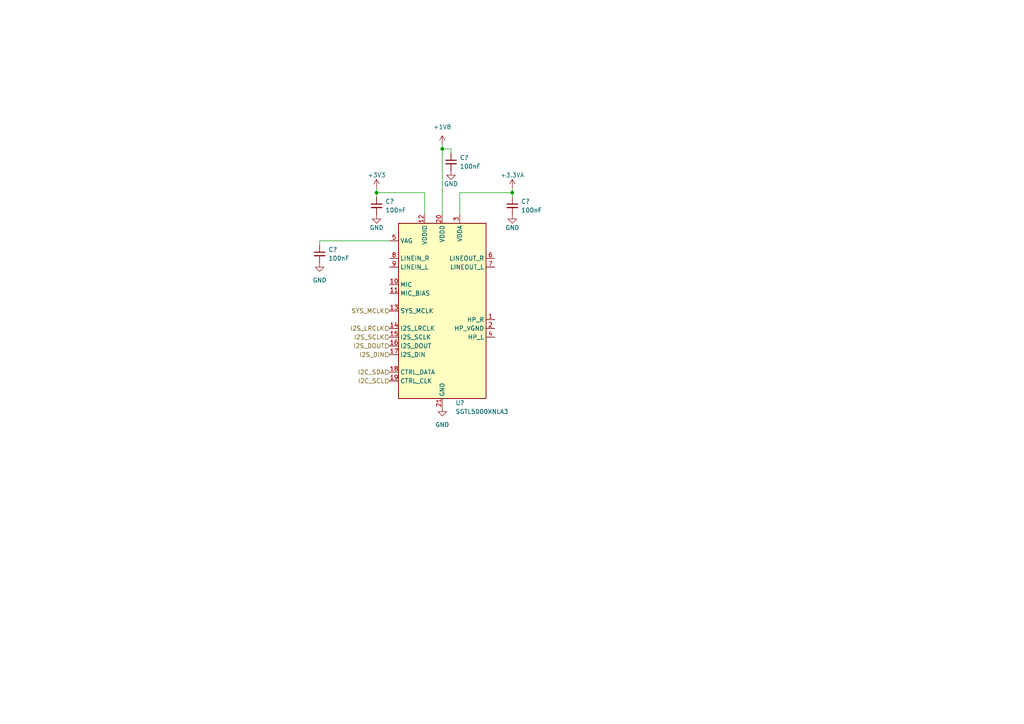
<source format=kicad_sch>
(kicad_sch (version 20211123) (generator eeschema)
  (paper "A4")
  (lib_symbols
    (symbol "Audio:SGTL5000XNLA3"
      (property "Reference" "U" (at 0 0 0))
      (property "Value" "SGTL5000XNLA3" (at -5.08 -27.94 0))
      (symbol "SGTL5000XNLA3_0_1"
        (rectangle (start -12.7 25.4) (end 12.7 -25.4) (stroke (width 0.254)) (fill (type background)))
      )
      (symbol "SGTL5000XNLA3_1_1"
        (pin output line (at 15.24 -2.54 180) (length 2.54) (name "HP_R") (number "1"))
        (pin input line (at -15.24 7.62 0) (length 2.54) (name "MIC") (number "10"))
        (pin input line (at -15.24 5.08 0) (length 2.54) (name "MIC_BIAS") (number "11"))
        (pin power_in line (at -5.08 27.94 270) (length 2.54) (name "VDDIO") (number "12"))
        (pin input line (at -15.24 0 0) (length 2.54) (name "SYS_MCLK") (number "13"))
        (pin input line (at -15.24 -5.08 0) (length 2.54) (name "I2S_LRCLK") (number "14"))
        (pin input line (at -15.24 -7.62 0) (length 2.54) (name "I2S_SCLK") (number "15"))
        (pin output line (at -15.24 -10.16 0) (length 2.54) (name "I2S_DOUT") (number "16"))
        (pin input line (at -15.24 -12.7 0) (length 2.54) (name "I2S_DIN") (number "17"))
        (pin input line (at -15.24 -17.78 0) (length 2.54) (name "CTRL_DATA") (number "18"))
        (pin input line (at -15.24 -20.32 0) (length 2.54) (name "CTRL_CLK") (number "19"))
        (pin power_out line (at 15.24 -5.08 180) (length 2.54) (name "HP_VGND") (number "2"))
        (pin power_in line (at 0 27.94 270) (length 2.54) (name "VDDD") (number "20"))
        (pin power_in line (at 0 -27.94 90) (length 2.54) (name "GND") (number "21"))
        (pin power_in line (at 5.08 27.94 270) (length 2.54) (name "VDDA") (number "3"))
        (pin output line (at 15.24 -7.62 180) (length 2.54) (name "HP_L") (number "4"))
        (pin passive line (at -15.24 20.32 0) (length 2.54) (name "VAG") (number "5"))
        (pin output line (at 15.24 15.24 180) (length 2.54) (name "LINEOUT_R") (number "6"))
        (pin output line (at 15.24 12.7 180) (length 2.54) (name "LINEOUT_L") (number "7"))
        (pin input line (at -15.24 15.24 0) (length 2.54) (name "LINEIN_R") (number "8"))
        (pin input line (at -15.24 12.7 0) (length 2.54) (name "LINEIN_L") (number "9"))
      )
    )
    (symbol "Device:C_Small" (pin_numbers hide) (pin_names (offset 0.254) hide)
      (property "Reference" "C" (at 0.254 1.778 0))
      (property "Value" "C_Small" (at 0.254 -2.032 0))
      (symbol "C_Small_0_1"
        (polyline (pts (xy -1.524 -0.508) (xy 1.524 -0.508)) (stroke (width 0.3302)))
        (polyline (pts (xy -1.524 0.508) (xy 1.524 0.508)) (stroke (width 0.3048)))
      )
      (symbol "C_Small_1_1"
        (pin passive line (at 0 2.54 270) (length 2.032) (name "~") (number "1"))
        (pin passive line (at 0 -2.54 90) (length 2.032) (name "~") (number "2"))
      )
    )
    (symbol "power:+1V8" (power) (pin_names (offset 0))
      (property "Value" "+1V8" (at 0 3.556 0))
      (symbol "+1V8_0_1"
        (polyline (pts (xy -0.762 1.27) (xy 0 2.54)))
        (polyline (pts (xy 0 0) (xy 0 2.54)))
        (polyline (pts (xy 0 2.54) (xy 0.762 1.27)))
      )
      (symbol "+1V8_1_1"
        (pin power_in line (at 0 0 90) (length 0) hide (name "+1V8") (number "1"))
      )
    )
    (symbol "power:+3.3V" (power) (pin_names (offset 0))
      (property "Value" "+3.3V" (at 0 3.556 0))
      (symbol "+3.3V_0_1"
        (polyline (pts (xy -0.762 1.27) (xy 0 2.54)))
        (polyline (pts (xy 0 0) (xy 0 2.54)))
        (polyline (pts (xy 0 2.54) (xy 0.762 1.27)))
      )
      (symbol "+3.3V_1_1"
        (pin power_in line (at 0 0 90) (length 0) hide (name "+3V3") (number "1"))
      )
    )
    (symbol "power:+3.3VA" (power) (pin_names (offset 0))
      (property "Value" "+3.3VA" (at 0 3.556 0))
      (symbol "+3.3VA_0_1"
        (polyline (pts (xy -0.762 1.27) (xy 0 2.54)))
        (polyline (pts (xy 0 0) (xy 0 2.54)))
        (polyline (pts (xy 0 2.54) (xy 0.762 1.27)))
      )
      (symbol "+3.3VA_1_1"
        (pin power_in line (at 0 0 90) (length 0) hide (name "+3.3VA") (number "1"))
      )
    )
    (symbol "power:GND" (power) (pin_names (offset 0))
      (property "Value" "GND" (at 0 -3.81 0))
      (symbol "GND_0_1"
        (polyline (pts (xy 0 0) (xy 0 -1.27) (xy 1.27 -1.27) (xy 0 -2.54) (xy -1.27 -1.27) (xy 0 -1.27)))
      )
      (symbol "GND_1_1"
        (pin power_in line (at 0 0 270) (length 0) hide (name "GND") (number "1"))
      )
    )
  )
  (junction (at 109.22 55.88))
  (junction (at 128.27 43.18))
  (junction (at 148.59 55.88))
  (wire (pts (xy 92.71 69.85) (xy 92.71 71.12)))
  (wire (pts (xy 109.22 54.61) (xy 109.22 55.88)))
  (wire (pts (xy 148.59 55.88) (xy 133.35 55.88)))
  (wire (pts (xy 148.59 55.88) (xy 148.59 57.15)))
  (wire (pts (xy 128.27 41.91) (xy 128.27 43.18)))
  (wire (pts (xy 128.27 43.18) (xy 128.27 62.23)))
  (wire (pts (xy 133.35 55.88) (xy 133.35 62.23)))
  (wire (pts (xy 130.81 44.45) (xy 130.81 43.18)))
  (wire (pts (xy 109.22 55.88) (xy 123.19 55.88)))
  (wire (pts (xy 109.22 57.15) (xy 109.22 55.88)))
  (wire (pts (xy 148.59 54.61) (xy 148.59 55.88)))
  (wire (pts (xy 123.19 55.88) (xy 123.19 62.23)))
  (wire (pts (xy 113.03 69.85) (xy 92.71 69.85)))
  (wire (pts (xy 130.81 43.18) (xy 128.27 43.18)))
  (hierarchical_label "I2S_LRCLK" (shape input) (at 113.03 95.25 180))
  (hierarchical_label "I2S_DOUT" (shape input) (at 113.03 100.33 180))
  (hierarchical_label "I2S_DIN" (shape input) (at 113.03 102.87 180))
  (hierarchical_label "SYS_MCLK" (shape input) (at 113.03 90.17 180))
  (hierarchical_label "I2C_SCL" (shape input) (at 113.03 110.49 180))
  (hierarchical_label "I2C_SDA" (shape input) (at 113.03 107.95 180))
  (hierarchical_label "I2S_SCLK" (shape input) (at 113.03 97.79 180))
  (symbol (lib_id "Device:C_Small") (at 130.81 46.99 0) (unit 1)
    (property "Reference" "C?" (at 133.35 45.7262 0) (effects (justify left)))
    (property "Value" "100nF" (at 133.35 48.2662 0) (effects (justify left)))
    (property "Footprint" "Capacitor_SMD:C_0603_1608Metric" (effects hide))
  )
  (symbol (lib_id "power:GND") (at 130.81 49.53 0) (unit 1)
    (property "Reference" "#PWR?" (effects hide))
    (property "Value" "GND" (at 130.81 53.34 0))
  )
  (symbol (lib_id "power:+3.3V") (at 109.22 54.61 0) (unit 1)
    (property "Reference" "#PWR?" (effects hide))
    (property "Value" "+3.3V" (at 109.22 50.8 0))
  )
  (symbol (lib_id "power:GND") (at 128.27 118.11 0) (unit 1)
    (property "Reference" "#PWR?" (effects hide))
    (property "Value" "GND" (at 128.27 123.19 0))
  )
  (symbol (lib_id "Audio:SGTL5000XNLA3") (at 128.27 90.17 0) (unit 1)
    (property "Reference" "U?" (at 132.08 116.84 0) (effects (justify left)))
    (property "Value" "SGTL5000XNLA3" (at 132.08 119.38 0) (effects (justify left)))
    (property "Footprint" "Package_DFN_QFN:QFN-20-1EP_3x3mm_P0.4mm_EP1.65x1.65mm" (effects hide))
    (property "Datasheet" "https://www.nxp.com/docs/en/data-sheet/SGTL5000.pdf" (effects hide))
  )
  (symbol (lib_id "power:+1V8") (at 128.27 41.91 0) (unit 1)
    (property "Reference" "#PWR?" (effects hide))
    (property "Value" "+1V8" (at 128.27 36.83 0))
  )
  (symbol (lib_id "power:GND") (at 92.71 76.2 0) (unit 1)
    (property "Reference" "#PWR?" (effects hide))
    (property "Value" "GND" (at 92.71 81.28 0))
  )
  (symbol (lib_id "power:GND") (at 109.22 62.23 0) (unit 1)
    (property "Reference" "#PWR?" (effects hide))
    (property "Value" "GND" (at 109.22 66.04 0))
  )
  (symbol (lib_id "Device:C_Small") (at 109.22 59.69 0) (unit 1)
    (property "Reference" "C?" (at 111.76 58.4262 0) (effects (justify left)))
    (property "Value" "100nF" (at 111.76 60.9662 0) (effects (justify left)))
    (property "Footprint" "Capacitor_SMD:C_0603_1608Metric" (effects hide))
  )
  (symbol (lib_id "power:GND") (at 148.59 62.23 0) (unit 1)
    (property "Reference" "#PWR?" (effects hide))
    (property "Value" "GND" (at 148.59 66.04 0))
  )
  (symbol (lib_id "power:+3.3VA") (at 148.59 54.61 0) (unit 1)
    (property "Reference" "#PWR?" (effects hide))
    (property "Value" "+3.3VA" (at 148.59 50.8 0))
  )
  (symbol (lib_id "Device:C_Small") (at 148.59 59.69 0) (unit 1)
    (property "Reference" "C?" (at 151.13 58.4262 0) (effects (justify left)))
    (property "Value" "100nF" (at 151.13 60.9662 0) (effects (justify left)))
    (property "Footprint" "Capacitor_SMD:C_0603_1608Metric" (effects hide))
  )
  (symbol (lib_id "Device:C_Small") (at 92.71 73.66 0) (unit 1)
    (property "Reference" "C?" (at 95.25 72.3962 0) (effects (justify left)))
    (property "Value" "100nF" (at 95.25 74.9362 0) (effects (justify left)))
    (property "Footprint" "Capacitor_SMD:C_0603_1608Metric" (effects hide))
  )
)
</source>
